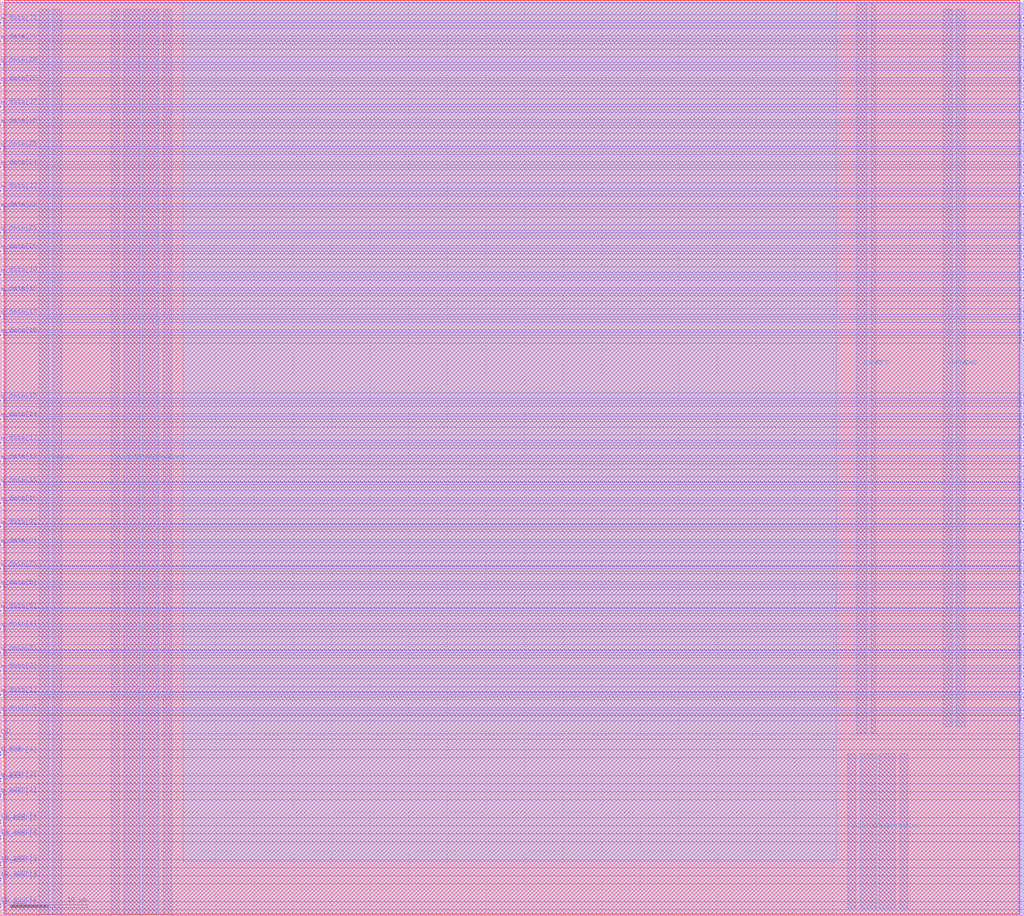
<source format=lef>
VERSION 5.7 ;
  NOWIREEXTENSIONATPIN ON ;
  DIVIDERCHAR "/" ;
  BUSBITCHARS "[]" ;
MACRO rf_top
  CLASS BLOCK ;
  FOREIGN rf_top ;
  ORIGIN 22.920 23.400 ;
  SIZE 132.640 BY 118.700 ;
  PIN VGND
    DIRECTION INPUT ;
    USE GROUND ;
    PORT
      LAYER met3 ;
        RECT -16.160 -23.360 -14.960 94.080 ;
    END
    PORT
      LAYER met3 ;
        RECT -8.550 -23.360 -7.490 94.080 ;
    END
    PORT
      LAYER met3 ;
        RECT -1.800 -23.360 -0.740 94.080 ;
    END
    PORT
      LAYER met3 ;
        RECT 86.860 -22.415 87.920 -2.415 ;
    END
    PORT
      LAYER met3 ;
        RECT 89.905 0.235 90.545 94.965 ;
    END
    PORT
      LAYER met3 ;
        RECT 93.610 -22.415 94.670 -2.415 ;
    END
    PORT
      LAYER met3 ;
        RECT 100.930 1.120 102.130 94.080 ;
    END
  END VGND
  PIN VDPWR
    DIRECTION INPUT ;
    USE POWER ;
    PORT
      LAYER met3 ;
        RECT -17.860 -23.360 -16.660 94.080 ;
    END
    PORT
      LAYER met3 ;
        RECT -6.910 -23.360 -4.850 94.080 ;
    END
    PORT
      LAYER met3 ;
        RECT -4.440 -23.360 -2.380 94.080 ;
    END
    PORT
      LAYER met3 ;
        RECT 88.030 0.235 89.370 94.965 ;
    END
    PORT
      LAYER met3 ;
        RECT 88.500 -22.415 90.560 -2.415 ;
    END
    PORT
      LAYER met3 ;
        RECT 90.970 -22.415 93.030 -2.415 ;
    END
    PORT
      LAYER met3 ;
        RECT 99.230 1.120 100.430 94.080 ;
    END
  END VDPWR
  PIN clk
    DIRECTION INPUT ;
    USE SIGNAL ;
    ANTENNAGATEAREA 0.852000 ;
    PORT
      LAYER met2 ;
        RECT -22.920 -0.240 -22.760 -0.080 ;
    END
  END clk
  PIN w_data[0]
    DIRECTION INPUT ;
    USE SIGNAL ;
    ANTENNAGATEAREA 0.159000 ;
    PORT
      LAYER met2 ;
        RECT -22.920 2.820 -22.780 2.960 ;
    END
  END w_data[0]
  PIN w_data[1]
    DIRECTION INPUT ;
    USE SIGNAL ;
    ANTENNAGATEAREA 0.159000 ;
    PORT
      LAYER met2 ;
        RECT -22.920 5.200 -22.780 5.340 ;
    END
  END w_data[1]
  PIN w_data[2]
    DIRECTION INPUT ;
    USE SIGNAL ;
    ANTENNAGATEAREA 0.159000 ;
    PORT
      LAYER met2 ;
        RECT -22.920 8.260 -22.780 8.400 ;
    END
  END w_data[2]
  PIN w_data[3]
    DIRECTION INPUT ;
    USE SIGNAL ;
    ANTENNAGATEAREA 0.159000 ;
    PORT
      LAYER met2 ;
        RECT -22.920 10.640 -22.780 10.780 ;
    END
  END w_data[3]
  PIN w_data[4]
    DIRECTION INPUT ;
    USE SIGNAL ;
    ANTENNAGATEAREA 0.159000 ;
    PORT
      LAYER met2 ;
        RECT -22.920 13.700 -22.780 13.840 ;
    END
  END w_data[4]
  PIN w_data[5]
    DIRECTION INPUT ;
    USE SIGNAL ;
    ANTENNAGATEAREA 0.159000 ;
    PORT
      LAYER met2 ;
        RECT -22.920 16.080 -22.780 16.220 ;
    END
  END w_data[5]
  PIN w_data[6]
    DIRECTION INPUT ;
    USE SIGNAL ;
    ANTENNAGATEAREA 0.159000 ;
    PORT
      LAYER met2 ;
        RECT -22.920 19.140 -22.780 19.280 ;
    END
  END w_data[6]
  PIN w_data[7]
    DIRECTION INPUT ;
    USE SIGNAL ;
    ANTENNAGATEAREA 0.159000 ;
    PORT
      LAYER met2 ;
        RECT -22.920 21.520 -22.780 21.660 ;
    END
  END w_data[7]
  PIN w_data[8]
    DIRECTION INPUT ;
    USE SIGNAL ;
    ANTENNAGATEAREA 0.159000 ;
    PORT
      LAYER met2 ;
        RECT -22.920 24.580 -22.780 24.720 ;
    END
  END w_data[8]
  PIN w_data[9]
    DIRECTION INPUT ;
    USE SIGNAL ;
    ANTENNAGATEAREA 0.159000 ;
    PORT
      LAYER met2 ;
        RECT -22.920 26.960 -22.780 27.100 ;
    END
  END w_data[9]
  PIN w_data[10]
    DIRECTION INPUT ;
    USE SIGNAL ;
    ANTENNAGATEAREA 0.159000 ;
    PORT
      LAYER met2 ;
        RECT -22.920 30.020 -22.780 30.160 ;
    END
  END w_data[10]
  PIN w_data[11]
    DIRECTION INPUT ;
    USE SIGNAL ;
    ANTENNAGATEAREA 0.159000 ;
    PORT
      LAYER met2 ;
        RECT -22.920 32.400 -22.780 32.540 ;
    END
  END w_data[11]
  PIN w_data[12]
    DIRECTION INPUT ;
    USE SIGNAL ;
    ANTENNAGATEAREA 0.159000 ;
    PORT
      LAYER met2 ;
        RECT -22.920 35.460 -22.780 35.600 ;
    END
  END w_data[12]
  PIN w_data[13]
    DIRECTION INPUT ;
    USE SIGNAL ;
    ANTENNAGATEAREA 0.159000 ;
    PORT
      LAYER met2 ;
        RECT -22.920 37.840 -22.780 37.980 ;
    END
  END w_data[13]
  PIN w_data[14]
    DIRECTION INPUT ;
    USE SIGNAL ;
    ANTENNAGATEAREA 0.159000 ;
    PORT
      LAYER met2 ;
        RECT -22.920 40.900 -22.780 41.040 ;
    END
  END w_data[14]
  PIN w_data[15]
    DIRECTION INPUT ;
    USE SIGNAL ;
    ANTENNAGATEAREA 0.159000 ;
    PORT
      LAYER met2 ;
        RECT -22.920 43.280 -22.780 43.420 ;
    END
  END w_data[15]
  PIN w_data[16]
    DIRECTION INPUT ;
    USE SIGNAL ;
    ANTENNAGATEAREA 0.159000 ;
    PORT
      LAYER met2 ;
        RECT -22.920 51.780 -22.780 51.920 ;
    END
  END w_data[16]
  PIN w_data[17]
    DIRECTION INPUT ;
    USE SIGNAL ;
    ANTENNAGATEAREA 0.159000 ;
    PORT
      LAYER met2 ;
        RECT -22.920 54.160 -22.780 54.300 ;
    END
  END w_data[17]
  PIN w_data[18]
    DIRECTION INPUT ;
    USE SIGNAL ;
    ANTENNAGATEAREA 0.159000 ;
    PORT
      LAYER met2 ;
        RECT -22.920 57.220 -22.780 57.360 ;
    END
  END w_data[18]
  PIN w_data[19]
    DIRECTION INPUT ;
    USE SIGNAL ;
    ANTENNAGATEAREA 0.159000 ;
    PORT
      LAYER met2 ;
        RECT -22.920 59.600 -22.780 59.740 ;
    END
  END w_data[19]
  PIN w_data[20]
    DIRECTION INPUT ;
    USE SIGNAL ;
    ANTENNAGATEAREA 0.159000 ;
    PORT
      LAYER met2 ;
        RECT -22.920 62.660 -22.780 62.800 ;
    END
  END w_data[20]
  PIN w_data[21]
    DIRECTION INPUT ;
    USE SIGNAL ;
    ANTENNAGATEAREA 0.159000 ;
    PORT
      LAYER met2 ;
        RECT -22.920 65.040 -22.780 65.180 ;
    END
  END w_data[21]
  PIN w_data[22]
    DIRECTION INPUT ;
    USE SIGNAL ;
    ANTENNAGATEAREA 0.159000 ;
    PORT
      LAYER met2 ;
        RECT -22.920 68.100 -22.780 68.240 ;
    END
  END w_data[22]
  PIN w_data[23]
    DIRECTION INPUT ;
    USE SIGNAL ;
    ANTENNAGATEAREA 0.159000 ;
    PORT
      LAYER met2 ;
        RECT -22.920 70.480 -22.780 70.620 ;
    END
  END w_data[23]
  PIN w_data[24]
    DIRECTION INPUT ;
    USE SIGNAL ;
    ANTENNAGATEAREA 0.159000 ;
    PORT
      LAYER met2 ;
        RECT -22.920 73.540 -22.780 73.680 ;
    END
  END w_data[24]
  PIN w_data[25]
    DIRECTION INPUT ;
    USE SIGNAL ;
    ANTENNAGATEAREA 0.159000 ;
    PORT
      LAYER met2 ;
        RECT -22.920 75.920 -22.780 76.060 ;
    END
  END w_data[25]
  PIN w_data[26]
    DIRECTION INPUT ;
    USE SIGNAL ;
    ANTENNAGATEAREA 0.159000 ;
    PORT
      LAYER met2 ;
        RECT -22.920 78.980 -22.780 79.120 ;
    END
  END w_data[26]
  PIN w_data[27]
    DIRECTION INPUT ;
    USE SIGNAL ;
    ANTENNAGATEAREA 0.159000 ;
    PORT
      LAYER met2 ;
        RECT -22.920 81.360 -22.780 81.500 ;
    END
  END w_data[27]
  PIN w_data[28]
    DIRECTION INPUT ;
    USE SIGNAL ;
    ANTENNAGATEAREA 0.159000 ;
    PORT
      LAYER met2 ;
        RECT -22.920 84.420 -22.780 84.560 ;
    END
  END w_data[28]
  PIN w_data[29]
    DIRECTION INPUT ;
    USE SIGNAL ;
    ANTENNAGATEAREA 0.159000 ;
    PORT
      LAYER met2 ;
        RECT -22.920 86.800 -22.780 86.940 ;
    END
  END w_data[29]
  PIN w_data[30]
    DIRECTION INPUT ;
    USE SIGNAL ;
    ANTENNAGATEAREA 0.159000 ;
    PORT
      LAYER met2 ;
        RECT -22.920 89.860 -22.780 90.000 ;
    END
  END w_data[30]
  PIN w_data[31]
    DIRECTION INPUT ;
    USE SIGNAL ;
    ANTENNAGATEAREA 0.159000 ;
    PORT
      LAYER met2 ;
        RECT -22.920 92.240 -22.780 92.380 ;
    END
  END w_data[31]
  PIN w_addr[0]
    DIRECTION INPUT ;
    USE SIGNAL ;
    ANTENNAGATEAREA 0.159000 ;
    PORT
      LAYER met2 ;
        RECT -22.920 -8.060 -22.780 -7.920 ;
    END
  END w_addr[0]
  PIN w_addr[1]
    DIRECTION INPUT ;
    USE SIGNAL ;
    ANTENNAGATEAREA 0.159000 ;
    PORT
      LAYER met2 ;
        RECT -22.920 -7.720 -22.780 -7.580 ;
    END
  END w_addr[1]
  PIN w_addr[2]
    DIRECTION INPUT ;
    USE SIGNAL ;
    ANTENNAGATEAREA 0.159000 ;
    PORT
      LAYER met2 ;
        RECT -22.920 -6.020 -22.780 -5.880 ;
    END
  END w_addr[2]
  PIN w_addr[3]
    DIRECTION INPUT ;
    USE SIGNAL ;
    ANTENNAGATEAREA 0.159000 ;
    PORT
      LAYER met2 ;
        RECT -22.920 -5.680 -22.780 -5.540 ;
    END
  END w_addr[3]
  PIN w_addr[4]
    DIRECTION INPUT ;
    USE SIGNAL ;
    ANTENNAGATEAREA 0.159000 ;
    PORT
      LAYER met2 ;
        RECT -22.920 -2.620 -22.780 -2.480 ;
    END
  END w_addr[4]
  PIN w_ena
    DIRECTION INPUT ;
    USE SIGNAL ;
    ANTENNAGATEAREA 0.159000 ;
    PORT
      LAYER met2 ;
        RECT -22.920 -2.280 -22.780 -2.140 ;
    END
  END w_ena
  PIN ra_addr[0]
    DIRECTION INPUT ;
    USE SIGNAL ;
    ANTENNAGATEAREA 0.159000 ;
    PORT
      LAYER met2 ;
        RECT -22.920 -16.560 -22.780 -16.420 ;
    END
  END ra_addr[0]
  PIN ra_addr[1]
    DIRECTION INPUT ;
    USE SIGNAL ;
    ANTENNAGATEAREA 0.159000 ;
    PORT
      LAYER met2 ;
        RECT -22.920 -13.500 -22.780 -13.360 ;
    END
  END ra_addr[1]
  PIN ra_addr[2]
    DIRECTION INPUT ;
    USE SIGNAL ;
    ANTENNAGATEAREA 0.159000 ;
    PORT
      LAYER met2 ;
        RECT -22.920 -13.160 -22.780 -13.020 ;
    END
  END ra_addr[2]
  PIN ra_addr[3]
    DIRECTION INPUT ;
    USE SIGNAL ;
    ANTENNAGATEAREA 0.159000 ;
    PORT
      LAYER met2 ;
        RECT -22.920 -11.460 -22.780 -11.320 ;
    END
  END ra_addr[3]
  PIN ra_addr[4]
    DIRECTION INPUT ;
    USE SIGNAL ;
    ANTENNAGATEAREA 0.159000 ;
    PORT
      LAYER met2 ;
        RECT -22.920 -11.120 -22.780 -10.980 ;
    END
  END ra_addr[4]
  PIN ra_data[0]
    DIRECTION OUTPUT ;
    USE SIGNAL ;
    ANTENNADIFFAREA 0.891000 ;
    PORT
      LAYER met2 ;
        RECT 109.580 2.140 109.720 2.280 ;
    END
  END ra_data[0]
  PIN ra_data[1]
    DIRECTION OUTPUT ;
    USE SIGNAL ;
    ANTENNADIFFAREA 0.891000 ;
    PORT
      LAYER met2 ;
        RECT 109.580 5.880 109.720 6.020 ;
    END
  END ra_data[1]
  PIN ra_data[2]
    DIRECTION OUTPUT ;
    USE SIGNAL ;
    ANTENNADIFFAREA 0.891000 ;
    PORT
      LAYER met2 ;
        RECT 109.580 7.580 109.720 7.720 ;
    END
  END ra_data[2]
  PIN ra_data[3]
    DIRECTION OUTPUT ;
    USE SIGNAL ;
    ANTENNADIFFAREA 0.891000 ;
    PORT
      LAYER met2 ;
        RECT 109.580 11.320 109.720 11.460 ;
    END
  END ra_data[3]
  PIN ra_data[4]
    DIRECTION OUTPUT ;
    USE SIGNAL ;
    ANTENNADIFFAREA 0.891000 ;
    PORT
      LAYER met2 ;
        RECT 109.580 13.020 109.720 13.160 ;
    END
  END ra_data[4]
  PIN ra_data[5]
    DIRECTION OUTPUT ;
    USE SIGNAL ;
    ANTENNADIFFAREA 0.891000 ;
    PORT
      LAYER met2 ;
        RECT 109.580 16.760 109.720 16.900 ;
    END
  END ra_data[5]
  PIN ra_data[6]
    DIRECTION OUTPUT ;
    USE SIGNAL ;
    ANTENNADIFFAREA 0.891000 ;
    PORT
      LAYER met2 ;
        RECT 109.580 18.460 109.720 18.600 ;
    END
  END ra_data[6]
  PIN ra_data[7]
    DIRECTION OUTPUT ;
    USE SIGNAL ;
    ANTENNADIFFAREA 0.891000 ;
    PORT
      LAYER met2 ;
        RECT 109.580 22.200 109.720 22.340 ;
    END
  END ra_data[7]
  PIN ra_data[8]
    DIRECTION OUTPUT ;
    USE SIGNAL ;
    ANTENNADIFFAREA 0.891000 ;
    PORT
      LAYER met2 ;
        RECT 109.580 23.900 109.720 24.040 ;
    END
  END ra_data[8]
  PIN ra_data[9]
    DIRECTION OUTPUT ;
    USE SIGNAL ;
    ANTENNADIFFAREA 0.891000 ;
    PORT
      LAYER met2 ;
        RECT 109.580 27.640 109.720 27.780 ;
    END
  END ra_data[9]
  PIN ra_data[10]
    DIRECTION OUTPUT ;
    USE SIGNAL ;
    ANTENNADIFFAREA 0.891000 ;
    PORT
      LAYER met2 ;
        RECT 109.580 29.340 109.720 29.480 ;
    END
  END ra_data[10]
  PIN ra_data[11]
    DIRECTION OUTPUT ;
    USE SIGNAL ;
    ANTENNADIFFAREA 0.891000 ;
    PORT
      LAYER met2 ;
        RECT 109.580 33.080 109.720 33.220 ;
    END
  END ra_data[11]
  PIN ra_data[12]
    DIRECTION OUTPUT ;
    USE SIGNAL ;
    ANTENNADIFFAREA 0.891000 ;
    PORT
      LAYER met2 ;
        RECT 109.580 34.780 109.720 34.920 ;
    END
  END ra_data[12]
  PIN ra_data[13]
    DIRECTION OUTPUT ;
    USE SIGNAL ;
    ANTENNADIFFAREA 0.891000 ;
    PORT
      LAYER met2 ;
        RECT 109.580 38.520 109.720 38.660 ;
    END
  END ra_data[13]
  PIN ra_data[14]
    DIRECTION OUTPUT ;
    USE SIGNAL ;
    ANTENNADIFFAREA 0.891000 ;
    PORT
      LAYER met2 ;
        RECT 109.580 40.220 109.720 40.360 ;
    END
  END ra_data[14]
  PIN ra_data[15]
    DIRECTION OUTPUT ;
    USE SIGNAL ;
    ANTENNADIFFAREA 0.891000 ;
    PORT
      LAYER met2 ;
        RECT 109.580 43.960 109.720 44.100 ;
    END
  END ra_data[15]
  PIN ra_data[16]
    DIRECTION OUTPUT ;
    USE SIGNAL ;
    ANTENNADIFFAREA 0.891000 ;
    PORT
      LAYER met2 ;
        RECT 109.580 51.100 109.720 51.240 ;
    END
  END ra_data[16]
  PIN ra_data[17]
    DIRECTION OUTPUT ;
    USE SIGNAL ;
    ANTENNADIFFAREA 0.891000 ;
    PORT
      LAYER met2 ;
        RECT 109.580 54.840 109.720 54.980 ;
    END
  END ra_data[17]
  PIN ra_data[18]
    DIRECTION OUTPUT ;
    USE SIGNAL ;
    ANTENNADIFFAREA 0.891000 ;
    PORT
      LAYER met2 ;
        RECT 109.580 56.540 109.720 56.680 ;
    END
  END ra_data[18]
  PIN ra_data[19]
    DIRECTION OUTPUT ;
    USE SIGNAL ;
    ANTENNADIFFAREA 0.891000 ;
    PORT
      LAYER met2 ;
        RECT 109.580 60.280 109.720 60.420 ;
    END
  END ra_data[19]
  PIN ra_data[20]
    DIRECTION OUTPUT ;
    USE SIGNAL ;
    ANTENNADIFFAREA 0.891000 ;
    PORT
      LAYER met2 ;
        RECT 109.580 61.980 109.720 62.120 ;
    END
  END ra_data[20]
  PIN ra_data[21]
    DIRECTION OUTPUT ;
    USE SIGNAL ;
    ANTENNADIFFAREA 0.891000 ;
    PORT
      LAYER met2 ;
        RECT 109.580 65.720 109.720 65.860 ;
    END
  END ra_data[21]
  PIN ra_data[22]
    DIRECTION OUTPUT ;
    USE SIGNAL ;
    ANTENNADIFFAREA 0.891000 ;
    PORT
      LAYER met2 ;
        RECT 109.580 67.420 109.720 67.560 ;
    END
  END ra_data[22]
  PIN ra_data[23]
    DIRECTION OUTPUT ;
    USE SIGNAL ;
    ANTENNADIFFAREA 0.891000 ;
    PORT
      LAYER met2 ;
        RECT 109.580 71.160 109.720 71.300 ;
    END
  END ra_data[23]
  PIN ra_data[24]
    DIRECTION OUTPUT ;
    USE SIGNAL ;
    ANTENNADIFFAREA 0.891000 ;
    PORT
      LAYER met2 ;
        RECT 109.580 72.860 109.720 73.000 ;
    END
  END ra_data[24]
  PIN ra_data[25]
    DIRECTION OUTPUT ;
    USE SIGNAL ;
    ANTENNADIFFAREA 0.891000 ;
    PORT
      LAYER met2 ;
        RECT 109.580 76.600 109.720 76.740 ;
    END
  END ra_data[25]
  PIN ra_data[26]
    DIRECTION OUTPUT ;
    USE SIGNAL ;
    ANTENNADIFFAREA 0.891000 ;
    PORT
      LAYER met2 ;
        RECT 109.580 78.300 109.720 78.440 ;
    END
  END ra_data[26]
  PIN ra_data[27]
    DIRECTION OUTPUT ;
    USE SIGNAL ;
    ANTENNADIFFAREA 0.891000 ;
    PORT
      LAYER met2 ;
        RECT 109.580 82.040 109.720 82.180 ;
    END
  END ra_data[27]
  PIN ra_data[28]
    DIRECTION OUTPUT ;
    USE SIGNAL ;
    ANTENNADIFFAREA 0.891000 ;
    PORT
      LAYER met2 ;
        RECT 109.580 83.740 109.720 83.880 ;
    END
  END ra_data[28]
  PIN ra_data[29]
    DIRECTION OUTPUT ;
    USE SIGNAL ;
    ANTENNADIFFAREA 0.891000 ;
    PORT
      LAYER met2 ;
        RECT 109.580 87.480 109.720 87.620 ;
    END
  END ra_data[29]
  PIN ra_data[30]
    DIRECTION OUTPUT ;
    USE SIGNAL ;
    ANTENNADIFFAREA 0.891000 ;
    PORT
      LAYER met2 ;
        RECT 109.580 89.180 109.720 89.320 ;
    END
  END ra_data[30]
  PIN ra_data[31]
    DIRECTION OUTPUT ;
    USE SIGNAL ;
    ANTENNADIFFAREA 0.891000 ;
    PORT
      LAYER met2 ;
        RECT 109.580 92.920 109.720 93.060 ;
    END
  END ra_data[31]
  PIN rb_addr[0]
    DIRECTION INPUT ;
    USE SIGNAL ;
    ANTENNAGATEAREA 0.159000 ;
    PORT
      LAYER met2 ;
        RECT -22.920 -22.340 -22.780 -22.200 ;
    END
  END rb_addr[0]
  PIN rb_addr[1]
    DIRECTION INPUT ;
    USE SIGNAL ;
    ANTENNAGATEAREA 0.159000 ;
    PORT
      LAYER met2 ;
        RECT -22.920 -22.000 -22.780 -21.860 ;
    END
  END rb_addr[1]
  PIN rb_addr[2]
    DIRECTION INPUT ;
    USE SIGNAL ;
    ANTENNAGATEAREA 0.159000 ;
    PORT
      LAYER met2 ;
        RECT -22.920 -18.940 -22.780 -18.800 ;
    END
  END rb_addr[2]
  PIN rb_addr[3]
    DIRECTION INPUT ;
    USE SIGNAL ;
    ANTENNAGATEAREA 0.159000 ;
    PORT
      LAYER met2 ;
        RECT -22.920 -18.600 -22.780 -18.460 ;
    END
  END rb_addr[3]
  PIN rb_addr[4]
    DIRECTION INPUT ;
    USE SIGNAL ;
    ANTENNAGATEAREA 0.159000 ;
    PORT
      LAYER met2 ;
        RECT -22.920 -16.900 -22.780 -16.760 ;
    END
  END rb_addr[4]
  PIN rb_data[0]
    DIRECTION OUTPUT ;
    USE SIGNAL ;
    ANTENNADIFFAREA 0.891000 ;
    PORT
      LAYER met2 ;
        RECT 109.580 3.160 109.720 3.300 ;
    END
  END rb_data[0]
  PIN rb_data[1]
    DIRECTION OUTPUT ;
    USE SIGNAL ;
    ANTENNADIFFAREA 0.891000 ;
    PORT
      LAYER met2 ;
        RECT 109.580 4.860 109.720 5.000 ;
    END
  END rb_data[1]
  PIN rb_data[2]
    DIRECTION OUTPUT ;
    USE SIGNAL ;
    ANTENNADIFFAREA 0.891000 ;
    PORT
      LAYER met2 ;
        RECT 109.580 8.600 109.720 8.740 ;
    END
  END rb_data[2]
  PIN rb_data[3]
    DIRECTION OUTPUT ;
    USE SIGNAL ;
    ANTENNADIFFAREA 0.891000 ;
    PORT
      LAYER met2 ;
        RECT 109.580 10.300 109.720 10.440 ;
    END
  END rb_data[3]
  PIN rb_data[4]
    DIRECTION OUTPUT ;
    USE SIGNAL ;
    ANTENNADIFFAREA 0.891000 ;
    PORT
      LAYER met2 ;
        RECT 109.580 14.040 109.720 14.180 ;
    END
  END rb_data[4]
  PIN rb_data[5]
    DIRECTION OUTPUT ;
    USE SIGNAL ;
    ANTENNADIFFAREA 0.891000 ;
    PORT
      LAYER met2 ;
        RECT 109.580 15.740 109.720 15.880 ;
    END
  END rb_data[5]
  PIN rb_data[6]
    DIRECTION OUTPUT ;
    USE SIGNAL ;
    ANTENNADIFFAREA 0.891000 ;
    PORT
      LAYER met2 ;
        RECT 109.580 19.480 109.720 19.620 ;
    END
  END rb_data[6]
  PIN rb_data[7]
    DIRECTION OUTPUT ;
    USE SIGNAL ;
    ANTENNADIFFAREA 0.891000 ;
    PORT
      LAYER met2 ;
        RECT 109.580 21.180 109.720 21.320 ;
    END
  END rb_data[7]
  PIN rb_data[8]
    DIRECTION OUTPUT ;
    USE SIGNAL ;
    ANTENNADIFFAREA 0.891000 ;
    PORT
      LAYER met2 ;
        RECT 109.580 24.920 109.720 25.060 ;
    END
  END rb_data[8]
  PIN rb_data[9]
    DIRECTION OUTPUT ;
    USE SIGNAL ;
    ANTENNADIFFAREA 0.891000 ;
    PORT
      LAYER met2 ;
        RECT 109.580 26.620 109.720 26.760 ;
    END
  END rb_data[9]
  PIN rb_data[10]
    DIRECTION OUTPUT ;
    USE SIGNAL ;
    ANTENNADIFFAREA 0.891000 ;
    PORT
      LAYER met2 ;
        RECT 109.580 30.360 109.720 30.500 ;
    END
  END rb_data[10]
  PIN rb_data[11]
    DIRECTION OUTPUT ;
    USE SIGNAL ;
    ANTENNADIFFAREA 0.891000 ;
    PORT
      LAYER met2 ;
        RECT 109.580 32.060 109.720 32.200 ;
    END
  END rb_data[11]
  PIN rb_data[12]
    DIRECTION OUTPUT ;
    USE SIGNAL ;
    ANTENNADIFFAREA 0.891000 ;
    PORT
      LAYER met2 ;
        RECT 109.580 35.800 109.720 35.940 ;
    END
  END rb_data[12]
  PIN rb_data[13]
    DIRECTION OUTPUT ;
    USE SIGNAL ;
    ANTENNADIFFAREA 0.891000 ;
    PORT
      LAYER met2 ;
        RECT 109.580 37.500 109.720 37.640 ;
    END
  END rb_data[13]
  PIN rb_data[14]
    DIRECTION OUTPUT ;
    USE SIGNAL ;
    ANTENNADIFFAREA 0.891000 ;
    PORT
      LAYER met2 ;
        RECT 109.580 41.240 109.720 41.380 ;
    END
  END rb_data[14]
  PIN rb_data[15]
    DIRECTION OUTPUT ;
    USE SIGNAL ;
    ANTENNADIFFAREA 0.891000 ;
    PORT
      LAYER met2 ;
        RECT 109.580 42.940 109.720 43.080 ;
    END
  END rb_data[15]
  PIN rb_data[16]
    DIRECTION OUTPUT ;
    USE SIGNAL ;
    ANTENNADIFFAREA 0.891000 ;
    PORT
      LAYER met2 ;
        RECT 109.580 52.120 109.720 52.260 ;
    END
  END rb_data[16]
  PIN rb_data[17]
    DIRECTION OUTPUT ;
    USE SIGNAL ;
    ANTENNADIFFAREA 0.891000 ;
    PORT
      LAYER met2 ;
        RECT 109.580 53.820 109.720 53.960 ;
    END
  END rb_data[17]
  PIN rb_data[18]
    DIRECTION OUTPUT ;
    USE SIGNAL ;
    ANTENNADIFFAREA 0.891000 ;
    PORT
      LAYER met2 ;
        RECT 109.580 57.560 109.720 57.700 ;
    END
  END rb_data[18]
  PIN rb_data[19]
    DIRECTION OUTPUT ;
    USE SIGNAL ;
    ANTENNADIFFAREA 0.891000 ;
    PORT
      LAYER met2 ;
        RECT 109.580 59.260 109.720 59.400 ;
    END
  END rb_data[19]
  PIN rb_data[20]
    DIRECTION OUTPUT ;
    USE SIGNAL ;
    ANTENNADIFFAREA 0.891000 ;
    PORT
      LAYER met2 ;
        RECT 109.580 63.000 109.720 63.140 ;
    END
  END rb_data[20]
  PIN rb_data[21]
    DIRECTION OUTPUT ;
    USE SIGNAL ;
    ANTENNADIFFAREA 0.891000 ;
    PORT
      LAYER met2 ;
        RECT 109.580 64.700 109.720 64.840 ;
    END
  END rb_data[21]
  PIN rb_data[22]
    DIRECTION OUTPUT ;
    USE SIGNAL ;
    ANTENNADIFFAREA 0.891000 ;
    PORT
      LAYER met2 ;
        RECT 109.580 68.440 109.720 68.580 ;
    END
  END rb_data[22]
  PIN rb_data[23]
    DIRECTION OUTPUT ;
    USE SIGNAL ;
    ANTENNADIFFAREA 0.891000 ;
    PORT
      LAYER met2 ;
        RECT 109.580 70.140 109.720 70.280 ;
    END
  END rb_data[23]
  PIN rb_data[24]
    DIRECTION OUTPUT ;
    USE SIGNAL ;
    ANTENNADIFFAREA 0.891000 ;
    PORT
      LAYER met2 ;
        RECT 109.580 73.880 109.720 74.020 ;
    END
  END rb_data[24]
  PIN rb_data[25]
    DIRECTION OUTPUT ;
    USE SIGNAL ;
    ANTENNADIFFAREA 0.891000 ;
    PORT
      LAYER met2 ;
        RECT 109.580 75.580 109.720 75.720 ;
    END
  END rb_data[25]
  PIN rb_data[26]
    DIRECTION OUTPUT ;
    USE SIGNAL ;
    ANTENNADIFFAREA 0.891000 ;
    PORT
      LAYER met2 ;
        RECT 109.580 79.320 109.720 79.460 ;
    END
  END rb_data[26]
  PIN rb_data[27]
    DIRECTION OUTPUT ;
    USE SIGNAL ;
    ANTENNADIFFAREA 0.891000 ;
    PORT
      LAYER met2 ;
        RECT 109.580 81.020 109.720 81.160 ;
    END
  END rb_data[27]
  PIN rb_data[28]
    DIRECTION OUTPUT ;
    USE SIGNAL ;
    ANTENNADIFFAREA 0.891000 ;
    PORT
      LAYER met2 ;
        RECT 109.580 84.760 109.720 84.900 ;
    END
  END rb_data[28]
  PIN rb_data[29]
    DIRECTION OUTPUT ;
    USE SIGNAL ;
    ANTENNADIFFAREA 0.891000 ;
    PORT
      LAYER met2 ;
        RECT 109.580 86.460 109.720 86.600 ;
    END
  END rb_data[29]
  PIN rb_data[30]
    DIRECTION OUTPUT ;
    USE SIGNAL ;
    ANTENNADIFFAREA 0.891000 ;
    PORT
      LAYER met2 ;
        RECT 109.580 90.200 109.720 90.340 ;
    END
  END rb_data[30]
  PIN rb_data[31]
    DIRECTION OUTPUT ;
    USE SIGNAL ;
    ANTENNADIFFAREA 0.891000 ;
    PORT
      LAYER met2 ;
        RECT 109.580 91.900 109.720 92.040 ;
    END
  END rb_data[31]
  OBS
      LAYER nwell ;
        RECT -22.350 -23.205 109.150 95.270 ;
      LAYER li1 ;
        RECT -22.160 -23.205 108.960 94.965 ;
      LAYER met1 ;
        RECT -22.550 -23.360 109.350 94.945 ;
      LAYER met2 ;
        RECT -22.780 93.340 109.580 94.940 ;
        RECT -22.780 92.660 109.300 93.340 ;
        RECT -22.500 92.640 109.300 92.660 ;
        RECT -22.500 92.320 109.580 92.640 ;
        RECT -22.500 91.960 109.300 92.320 ;
        RECT -22.780 91.620 109.300 91.960 ;
        RECT -22.780 90.620 109.580 91.620 ;
        RECT -22.780 90.280 109.300 90.620 ;
        RECT -22.500 89.920 109.300 90.280 ;
        RECT -22.500 89.600 109.580 89.920 ;
        RECT -22.500 89.580 109.300 89.600 ;
        RECT -22.780 88.900 109.300 89.580 ;
        RECT -22.780 87.900 109.580 88.900 ;
        RECT -22.780 87.220 109.300 87.900 ;
        RECT -22.500 87.200 109.300 87.220 ;
        RECT -22.500 86.880 109.580 87.200 ;
        RECT -22.500 86.520 109.300 86.880 ;
        RECT -22.780 86.180 109.300 86.520 ;
        RECT -22.780 85.180 109.580 86.180 ;
        RECT -22.780 84.840 109.300 85.180 ;
        RECT -22.500 84.480 109.300 84.840 ;
        RECT -22.500 84.160 109.580 84.480 ;
        RECT -22.500 84.140 109.300 84.160 ;
        RECT -22.780 83.460 109.300 84.140 ;
        RECT -22.780 82.460 109.580 83.460 ;
        RECT -22.780 81.780 109.300 82.460 ;
        RECT -22.500 81.760 109.300 81.780 ;
        RECT -22.500 81.440 109.580 81.760 ;
        RECT -22.500 81.080 109.300 81.440 ;
        RECT -22.780 80.740 109.300 81.080 ;
        RECT -22.780 79.740 109.580 80.740 ;
        RECT -22.780 79.400 109.300 79.740 ;
        RECT -22.500 79.040 109.300 79.400 ;
        RECT -22.500 78.720 109.580 79.040 ;
        RECT -22.500 78.700 109.300 78.720 ;
        RECT -22.780 78.020 109.300 78.700 ;
        RECT -22.780 77.020 109.580 78.020 ;
        RECT -22.780 76.340 109.300 77.020 ;
        RECT -22.500 76.320 109.300 76.340 ;
        RECT -22.500 76.000 109.580 76.320 ;
        RECT -22.500 75.640 109.300 76.000 ;
        RECT -22.780 75.300 109.300 75.640 ;
        RECT -22.780 74.300 109.580 75.300 ;
        RECT -22.780 73.960 109.300 74.300 ;
        RECT -22.500 73.600 109.300 73.960 ;
        RECT -22.500 73.280 109.580 73.600 ;
        RECT -22.500 73.260 109.300 73.280 ;
        RECT -22.780 72.580 109.300 73.260 ;
        RECT -22.780 71.580 109.580 72.580 ;
        RECT -22.780 70.900 109.300 71.580 ;
        RECT -22.500 70.880 109.300 70.900 ;
        RECT -22.500 70.560 109.580 70.880 ;
        RECT -22.500 70.200 109.300 70.560 ;
        RECT -22.780 69.860 109.300 70.200 ;
        RECT -22.780 68.860 109.580 69.860 ;
        RECT -22.780 68.520 109.300 68.860 ;
        RECT -22.500 68.160 109.300 68.520 ;
        RECT -22.500 67.840 109.580 68.160 ;
        RECT -22.500 67.820 109.300 67.840 ;
        RECT -22.780 67.140 109.300 67.820 ;
        RECT -22.780 66.140 109.580 67.140 ;
        RECT -22.780 65.460 109.300 66.140 ;
        RECT -22.500 65.440 109.300 65.460 ;
        RECT -22.500 65.120 109.580 65.440 ;
        RECT -22.500 64.760 109.300 65.120 ;
        RECT -22.780 64.420 109.300 64.760 ;
        RECT -22.780 63.420 109.580 64.420 ;
        RECT -22.780 63.080 109.300 63.420 ;
        RECT -22.500 62.720 109.300 63.080 ;
        RECT -22.500 62.400 109.580 62.720 ;
        RECT -22.500 62.380 109.300 62.400 ;
        RECT -22.780 61.700 109.300 62.380 ;
        RECT -22.780 60.700 109.580 61.700 ;
        RECT -22.780 60.020 109.300 60.700 ;
        RECT -22.500 60.000 109.300 60.020 ;
        RECT -22.500 59.680 109.580 60.000 ;
        RECT -22.500 59.320 109.300 59.680 ;
        RECT -22.780 58.980 109.300 59.320 ;
        RECT -22.780 57.980 109.580 58.980 ;
        RECT -22.780 57.640 109.300 57.980 ;
        RECT -22.500 57.280 109.300 57.640 ;
        RECT -22.500 56.960 109.580 57.280 ;
        RECT -22.500 56.940 109.300 56.960 ;
        RECT -22.780 56.260 109.300 56.940 ;
        RECT -22.780 55.260 109.580 56.260 ;
        RECT -22.780 54.580 109.300 55.260 ;
        RECT -22.500 54.560 109.300 54.580 ;
        RECT -22.500 54.240 109.580 54.560 ;
        RECT -22.500 53.880 109.300 54.240 ;
        RECT -22.780 53.540 109.300 53.880 ;
        RECT -22.780 52.540 109.580 53.540 ;
        RECT -22.780 52.200 109.300 52.540 ;
        RECT -22.500 51.840 109.300 52.200 ;
        RECT -22.500 51.520 109.580 51.840 ;
        RECT -22.500 51.500 109.300 51.520 ;
        RECT -22.780 50.820 109.300 51.500 ;
        RECT -22.780 44.380 109.580 50.820 ;
        RECT -22.780 43.700 109.300 44.380 ;
        RECT -22.500 43.680 109.300 43.700 ;
        RECT -22.500 43.360 109.580 43.680 ;
        RECT -22.500 43.000 109.300 43.360 ;
        RECT -22.780 42.660 109.300 43.000 ;
        RECT -22.780 41.660 109.580 42.660 ;
        RECT -22.780 41.320 109.300 41.660 ;
        RECT -22.500 40.960 109.300 41.320 ;
        RECT -22.500 40.640 109.580 40.960 ;
        RECT -22.500 40.620 109.300 40.640 ;
        RECT -22.780 39.940 109.300 40.620 ;
        RECT -22.780 38.940 109.580 39.940 ;
        RECT -22.780 38.260 109.300 38.940 ;
        RECT -22.500 38.240 109.300 38.260 ;
        RECT -22.500 37.920 109.580 38.240 ;
        RECT -22.500 37.560 109.300 37.920 ;
        RECT -22.780 37.220 109.300 37.560 ;
        RECT -22.780 36.220 109.580 37.220 ;
        RECT -22.780 35.880 109.300 36.220 ;
        RECT -22.500 35.520 109.300 35.880 ;
        RECT -22.500 35.200 109.580 35.520 ;
        RECT -22.500 35.180 109.300 35.200 ;
        RECT -22.780 34.500 109.300 35.180 ;
        RECT -22.780 33.500 109.580 34.500 ;
        RECT -22.780 32.820 109.300 33.500 ;
        RECT -22.500 32.800 109.300 32.820 ;
        RECT -22.500 32.480 109.580 32.800 ;
        RECT -22.500 32.120 109.300 32.480 ;
        RECT -22.780 31.780 109.300 32.120 ;
        RECT -22.780 30.780 109.580 31.780 ;
        RECT -22.780 30.440 109.300 30.780 ;
        RECT -22.500 30.080 109.300 30.440 ;
        RECT -22.500 29.760 109.580 30.080 ;
        RECT -22.500 29.740 109.300 29.760 ;
        RECT -22.780 29.060 109.300 29.740 ;
        RECT -22.780 28.060 109.580 29.060 ;
        RECT -22.780 27.380 109.300 28.060 ;
        RECT -22.500 27.360 109.300 27.380 ;
        RECT -22.500 27.040 109.580 27.360 ;
        RECT -22.500 26.680 109.300 27.040 ;
        RECT -22.780 26.340 109.300 26.680 ;
        RECT -22.780 25.340 109.580 26.340 ;
        RECT -22.780 25.000 109.300 25.340 ;
        RECT -22.500 24.640 109.300 25.000 ;
        RECT -22.500 24.320 109.580 24.640 ;
        RECT -22.500 24.300 109.300 24.320 ;
        RECT -22.780 23.620 109.300 24.300 ;
        RECT -22.780 22.620 109.580 23.620 ;
        RECT -22.780 21.940 109.300 22.620 ;
        RECT -22.500 21.920 109.300 21.940 ;
        RECT -22.500 21.600 109.580 21.920 ;
        RECT -22.500 21.240 109.300 21.600 ;
        RECT -22.780 20.900 109.300 21.240 ;
        RECT -22.780 19.900 109.580 20.900 ;
        RECT -22.780 19.560 109.300 19.900 ;
        RECT -22.500 19.200 109.300 19.560 ;
        RECT -22.500 18.880 109.580 19.200 ;
        RECT -22.500 18.860 109.300 18.880 ;
        RECT -22.780 18.180 109.300 18.860 ;
        RECT -22.780 17.180 109.580 18.180 ;
        RECT -22.780 16.500 109.300 17.180 ;
        RECT -22.500 16.480 109.300 16.500 ;
        RECT -22.500 16.160 109.580 16.480 ;
        RECT -22.500 15.800 109.300 16.160 ;
        RECT -22.780 15.460 109.300 15.800 ;
        RECT -22.780 14.460 109.580 15.460 ;
        RECT -22.780 14.120 109.300 14.460 ;
        RECT -22.500 13.760 109.300 14.120 ;
        RECT -22.500 13.440 109.580 13.760 ;
        RECT -22.500 13.420 109.300 13.440 ;
        RECT -22.780 12.740 109.300 13.420 ;
        RECT -22.780 11.740 109.580 12.740 ;
        RECT -22.780 11.060 109.300 11.740 ;
        RECT -22.500 11.040 109.300 11.060 ;
        RECT -22.500 10.720 109.580 11.040 ;
        RECT -22.500 10.360 109.300 10.720 ;
        RECT -22.780 10.020 109.300 10.360 ;
        RECT -22.780 9.020 109.580 10.020 ;
        RECT -22.780 8.680 109.300 9.020 ;
        RECT -22.500 8.320 109.300 8.680 ;
        RECT -22.500 8.000 109.580 8.320 ;
        RECT -22.500 7.980 109.300 8.000 ;
        RECT -22.780 7.300 109.300 7.980 ;
        RECT -22.780 6.300 109.580 7.300 ;
        RECT -22.780 5.620 109.300 6.300 ;
        RECT -22.500 5.600 109.300 5.620 ;
        RECT -22.500 5.280 109.580 5.600 ;
        RECT -22.500 4.920 109.300 5.280 ;
        RECT -22.780 4.580 109.300 4.920 ;
        RECT -22.780 3.580 109.580 4.580 ;
        RECT -22.780 3.240 109.300 3.580 ;
        RECT -22.500 2.880 109.300 3.240 ;
        RECT -22.500 2.560 109.580 2.880 ;
        RECT -22.500 2.540 109.300 2.560 ;
        RECT -22.780 1.860 109.300 2.540 ;
        RECT -22.780 0.200 109.580 1.860 ;
        RECT -22.480 -0.520 109.580 0.200 ;
        RECT -22.780 -1.860 109.580 -0.520 ;
        RECT -22.500 -2.900 109.580 -1.860 ;
        RECT -22.780 -5.260 109.580 -2.900 ;
        RECT -22.500 -6.300 109.580 -5.260 ;
        RECT -22.780 -7.300 109.580 -6.300 ;
        RECT -22.500 -8.340 109.580 -7.300 ;
        RECT -22.780 -10.700 109.580 -8.340 ;
        RECT -22.500 -11.740 109.580 -10.700 ;
        RECT -22.780 -12.740 109.580 -11.740 ;
        RECT -22.500 -13.780 109.580 -12.740 ;
        RECT -22.780 -16.140 109.580 -13.780 ;
        RECT -22.500 -17.180 109.580 -16.140 ;
        RECT -22.780 -18.180 109.580 -17.180 ;
        RECT -22.500 -19.220 109.580 -18.180 ;
        RECT -22.780 -21.580 109.580 -19.220 ;
        RECT -22.500 -22.620 109.580 -21.580 ;
        RECT -22.780 -23.360 109.580 -22.620 ;
      LAYER met3 ;
        RECT 0.755 -16.335 85.365 94.965 ;
  END
END rf_top
END LIBRARY


</source>
